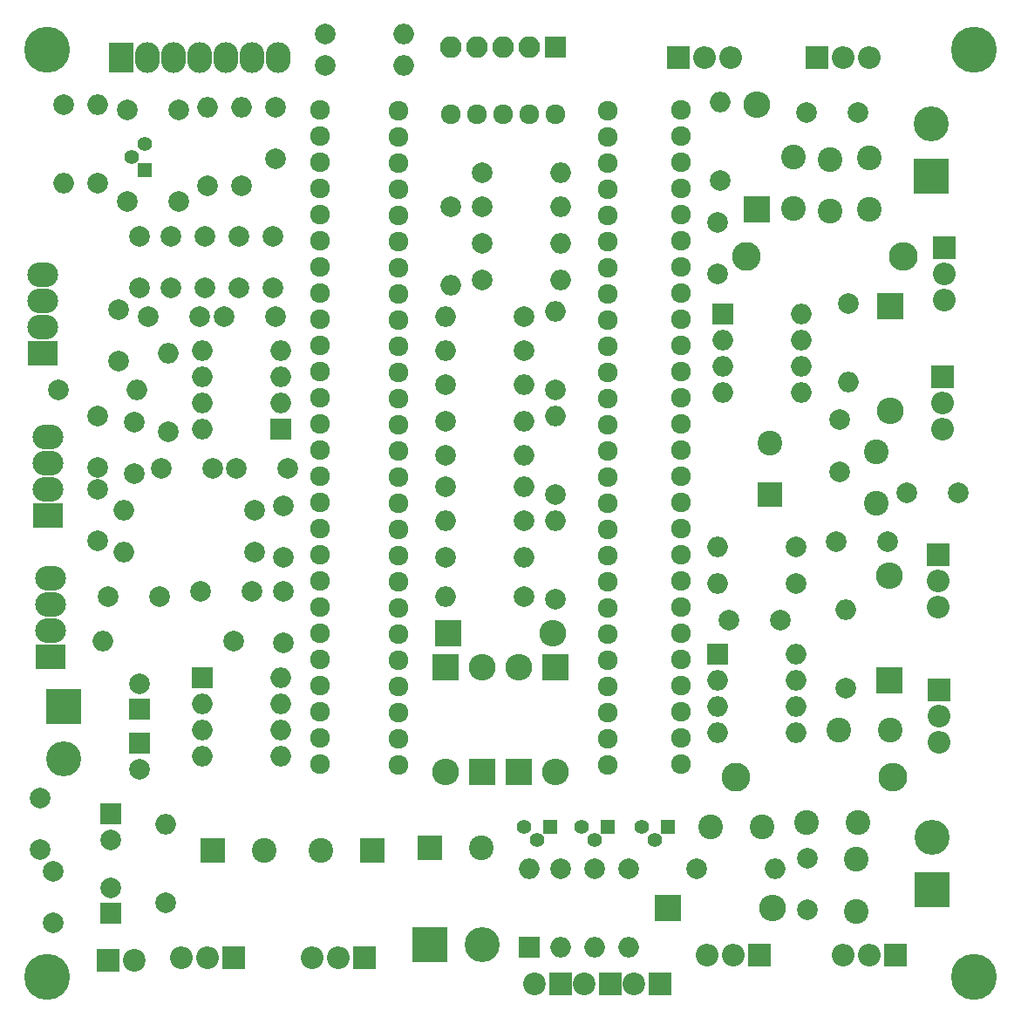
<source format=gbr>
G04 #@! TF.FileFunction,Soldermask,Bot*
%FSLAX46Y46*%
G04 Gerber Fmt 4.6, Leading zero omitted, Abs format (unit mm)*
G04 Created by KiCad (PCBNEW 4.0.7) date 05/25/18 16:16:18*
%MOMM*%
%LPD*%
G01*
G04 APERTURE LIST*
%ADD10C,0.100000*%
%ADD11C,2.000000*%
%ADD12O,2.000000X2.000000*%
%ADD13C,1.924000*%
%ADD14R,3.000000X2.400000*%
%ADD15O,3.000000X2.400000*%
%ADD16R,2.100000X2.100000*%
%ADD17O,2.100000X2.100000*%
%ADD18R,2.400000X2.400000*%
%ADD19C,2.400000*%
%ADD20R,2.000000X2.000000*%
%ADD21R,2.600000X2.600000*%
%ADD22O,2.600000X2.600000*%
%ADD23R,3.400000X3.400000*%
%ADD24C,3.400000*%
%ADD25C,2.800000*%
%ADD26O,2.800000X2.800000*%
%ADD27R,2.200000X2.200000*%
%ADD28O,2.200000X2.200000*%
%ADD29C,4.464000*%
%ADD30C,2.200000*%
%ADD31C,1.400000*%
%ADD32R,1.400000X1.400000*%
%ADD33R,2.400000X3.000000*%
%ADD34O,2.400000X3.000000*%
G04 APERTURE END LIST*
D10*
D11*
X68834000Y-63246000D03*
D12*
X68834000Y-55626000D03*
D11*
X72136000Y-55626000D03*
X72136000Y-60626000D03*
D13*
X84124800Y-63601600D03*
X84124800Y-55981600D03*
X84124800Y-58521600D03*
X84124800Y-61061600D03*
X84124800Y-66141600D03*
X84124800Y-68681600D03*
X84124800Y-71221600D03*
X84124800Y-73761600D03*
X84124800Y-76301600D03*
X84124800Y-78841600D03*
X84124800Y-81381600D03*
X84124800Y-83921600D03*
X84124800Y-86461600D03*
X84124800Y-89001600D03*
X84124800Y-91541600D03*
X84124800Y-94081600D03*
X84124800Y-96621600D03*
X84124800Y-99161600D03*
X84124800Y-101701600D03*
X84124800Y-104241600D03*
X84124800Y-106781600D03*
X84124800Y-109321600D03*
X84124800Y-111861600D03*
X84124800Y-114401600D03*
X84124800Y-116941600D03*
X84124800Y-119481600D03*
X104444800Y-119481600D03*
X104444800Y-116941600D03*
X104444800Y-114401600D03*
X104444800Y-111861600D03*
X104444800Y-109321600D03*
X104444800Y-106781600D03*
X104444800Y-104241600D03*
X104444800Y-101701600D03*
X104444800Y-99161600D03*
X104444800Y-96621600D03*
X104444800Y-94081600D03*
X104444800Y-91541600D03*
X104444800Y-89001600D03*
X104444800Y-86461600D03*
X104444800Y-83921600D03*
X104444800Y-81381600D03*
X104444800Y-78841600D03*
X104444800Y-76301600D03*
X104444800Y-73761600D03*
X104444800Y-71221600D03*
X104444800Y-68681600D03*
X104444800Y-66141600D03*
X104444800Y-63601600D03*
X104444800Y-61061600D03*
X104444800Y-58521600D03*
X104444800Y-55981600D03*
X99364800Y-56301600D03*
X96824800Y-56301600D03*
X94284800Y-56301600D03*
X91744800Y-56301600D03*
X89204800Y-56301600D03*
D11*
X51054000Y-83058000D03*
D12*
X58674000Y-83058000D03*
D14*
X50038000Y-95250000D03*
D15*
X50038000Y-92710000D03*
X50038000Y-90170000D03*
X50038000Y-87630000D03*
D11*
X88646000Y-92456000D03*
D12*
X96266000Y-92456000D03*
D11*
X64770000Y-75946000D03*
X59770000Y-75946000D03*
D16*
X99314000Y-49784000D03*
D17*
X96774000Y-49784000D03*
X94234000Y-49784000D03*
X91694000Y-49784000D03*
X89154000Y-49784000D03*
D13*
X76454000Y-63500000D03*
X76454000Y-55880000D03*
X76454000Y-58420000D03*
X76454000Y-60960000D03*
X76454000Y-66040000D03*
X76454000Y-68580000D03*
X76454000Y-71120000D03*
X76454000Y-73660000D03*
X76454000Y-76200000D03*
X76454000Y-78740000D03*
X76454000Y-81280000D03*
X76454000Y-83820000D03*
X76454000Y-86360000D03*
X76454000Y-88900000D03*
X76454000Y-91440000D03*
X76454000Y-93980000D03*
X76454000Y-96520000D03*
X76454000Y-99060000D03*
X76454000Y-101600000D03*
X76454000Y-104140000D03*
X76454000Y-106680000D03*
X76454000Y-109220000D03*
X76454000Y-111760000D03*
X76454000Y-114300000D03*
X76454000Y-116840000D03*
X76454000Y-119380000D03*
X111506000Y-111760000D03*
X111506000Y-119380000D03*
X111506000Y-116840000D03*
X111506000Y-114300000D03*
X111506000Y-109220000D03*
X111506000Y-106680000D03*
X111506000Y-104140000D03*
X111506000Y-101600000D03*
X111506000Y-99060000D03*
X111506000Y-96520000D03*
X111506000Y-93980000D03*
X111506000Y-91440000D03*
X111506000Y-88900000D03*
X111506000Y-86360000D03*
X111506000Y-83820000D03*
X111506000Y-81280000D03*
X111506000Y-78740000D03*
X111506000Y-76200000D03*
X111506000Y-73660000D03*
X111506000Y-71120000D03*
X111506000Y-68580000D03*
X111506000Y-66040000D03*
X111506000Y-63500000D03*
X111506000Y-60960000D03*
X111506000Y-58420000D03*
X111506000Y-55880000D03*
D18*
X81534000Y-127762000D03*
D19*
X76534000Y-127762000D03*
D18*
X66040000Y-127762000D03*
D19*
X71040000Y-127762000D03*
D20*
X58928000Y-114046000D03*
D11*
X58928000Y-111546000D03*
D20*
X58928000Y-117348000D03*
D11*
X58928000Y-119848000D03*
X126923800Y-85966300D03*
X126923800Y-90966300D03*
X121158000Y-105410000D03*
X116158000Y-105410000D03*
D19*
X122428000Y-60452000D03*
X122428000Y-65452000D03*
X130479800Y-89077800D03*
X130479800Y-94077800D03*
D11*
X123812300Y-128549400D03*
X123812300Y-133549400D03*
X123698000Y-56134000D03*
X128698000Y-56134000D03*
D19*
X119380000Y-125476000D03*
X114380000Y-125476000D03*
X131826000Y-116078000D03*
X126826000Y-116078000D03*
D11*
X131572000Y-97790000D03*
X126572000Y-97790000D03*
X138480800Y-93078300D03*
X133480800Y-93078300D03*
D19*
X128524000Y-128638300D03*
X128524000Y-133638300D03*
X129794000Y-65532000D03*
X129794000Y-60532000D03*
X128701800Y-125082300D03*
X123701800Y-125082300D03*
X125984000Y-60706000D03*
X125984000Y-65706000D03*
D21*
X110236000Y-133350000D03*
D22*
X120396000Y-133350000D03*
D21*
X118872000Y-65532000D03*
D22*
X118872000Y-55372000D03*
D21*
X131724400Y-111226600D03*
D22*
X131724400Y-101066600D03*
D21*
X131826000Y-74930000D03*
D22*
X131826000Y-85090000D03*
D23*
X87122000Y-136906000D03*
D24*
X92202000Y-136906000D03*
D23*
X135890000Y-131572000D03*
D24*
X135890000Y-126492000D03*
D23*
X135813800Y-62318900D03*
D24*
X135813800Y-57238900D03*
D11*
X113030000Y-129540000D03*
D12*
X120650000Y-129540000D03*
D11*
X115316000Y-62738000D03*
D12*
X115316000Y-55118000D03*
D11*
X127508000Y-112014000D03*
D12*
X127508000Y-104394000D03*
D11*
X127762000Y-74676000D03*
D12*
X127762000Y-82296000D03*
D25*
X116840000Y-120650000D03*
D26*
X132080000Y-120650000D03*
D25*
X117856000Y-70104000D03*
D26*
X133096000Y-70104000D03*
D20*
X65024000Y-110998000D03*
D12*
X72644000Y-118618000D03*
X65024000Y-113538000D03*
X72644000Y-116078000D03*
X65024000Y-116078000D03*
X72644000Y-113538000D03*
X65024000Y-118618000D03*
X72644000Y-110998000D03*
D20*
X115062000Y-108712000D03*
D12*
X122682000Y-116332000D03*
X115062000Y-111252000D03*
X122682000Y-113792000D03*
X115062000Y-113792000D03*
X122682000Y-111252000D03*
X115062000Y-116332000D03*
X122682000Y-108712000D03*
D20*
X115570000Y-75692000D03*
D12*
X123190000Y-83312000D03*
X115570000Y-78232000D03*
X123190000Y-80772000D03*
X115570000Y-80772000D03*
X123190000Y-78232000D03*
X115570000Y-83312000D03*
X123190000Y-75692000D03*
D18*
X87122000Y-127508000D03*
D19*
X92122000Y-127508000D03*
D27*
X68072000Y-138176000D03*
D28*
X65532000Y-138176000D03*
X62992000Y-138176000D03*
D27*
X80772000Y-138176000D03*
D28*
X78232000Y-138176000D03*
X75692000Y-138176000D03*
D27*
X119126000Y-137922000D03*
D28*
X116586000Y-137922000D03*
X114046000Y-137922000D03*
D27*
X132334000Y-137922000D03*
D28*
X129794000Y-137922000D03*
X127254000Y-137922000D03*
D27*
X111252000Y-50800000D03*
D28*
X113792000Y-50800000D03*
X116332000Y-50800000D03*
D27*
X124714000Y-50800000D03*
D28*
X127254000Y-50800000D03*
X129794000Y-50800000D03*
D27*
X136525000Y-99034600D03*
D28*
X136525000Y-101574600D03*
X136525000Y-104114600D03*
D27*
X136613900Y-112191800D03*
D28*
X136613900Y-114731800D03*
X136613900Y-117271800D03*
D27*
X136906000Y-81788000D03*
D28*
X136906000Y-84328000D03*
X136906000Y-86868000D03*
D27*
X137058400Y-69253100D03*
D28*
X137058400Y-71793100D03*
X137058400Y-74333100D03*
D11*
X49276000Y-122682000D03*
X49276000Y-127682000D03*
X50546000Y-129794000D03*
X50546000Y-134794000D03*
X72898000Y-99314000D03*
X72898000Y-94314000D03*
X72898000Y-102616000D03*
X72898000Y-107616000D03*
X56896000Y-80264000D03*
X56896000Y-75264000D03*
X69850000Y-102616000D03*
X64850000Y-102616000D03*
X68326000Y-90678000D03*
X73326000Y-90678000D03*
X58420000Y-91186000D03*
X58420000Y-86186000D03*
X66040000Y-90678000D03*
X61040000Y-90678000D03*
X72136000Y-75946000D03*
X67136000Y-75946000D03*
X71882000Y-73152000D03*
X71882000Y-68152000D03*
D21*
X88900000Y-106680000D03*
D22*
X99060000Y-106680000D03*
D21*
X99314000Y-109982000D03*
D22*
X99314000Y-120142000D03*
D21*
X95758000Y-120142000D03*
D22*
X95758000Y-109982000D03*
D21*
X88646000Y-109982000D03*
D22*
X88646000Y-120142000D03*
D21*
X92202000Y-120142000D03*
D22*
X92202000Y-109982000D03*
D23*
X51562000Y-113792000D03*
D24*
X51562000Y-118872000D03*
D14*
X50292000Y-108966000D03*
D15*
X50292000Y-106426000D03*
X50292000Y-103886000D03*
X50292000Y-101346000D03*
D11*
X96266000Y-103124000D03*
D12*
X88646000Y-103124000D03*
D11*
X96266000Y-75946000D03*
D12*
X88646000Y-75946000D03*
D11*
X96266000Y-95758000D03*
D12*
X88646000Y-95758000D03*
D11*
X96266000Y-79248000D03*
D12*
X88646000Y-79248000D03*
D11*
X88646000Y-99314000D03*
D12*
X96266000Y-99314000D03*
D11*
X88646000Y-82550000D03*
D12*
X96266000Y-82550000D03*
D11*
X88646000Y-89408000D03*
D12*
X96266000Y-89408000D03*
D11*
X61722000Y-87122000D03*
D12*
X61722000Y-79502000D03*
D11*
X88646000Y-86106000D03*
D12*
X96266000Y-86106000D03*
D20*
X72644000Y-86868000D03*
D12*
X65024000Y-79248000D03*
X72644000Y-84328000D03*
X65024000Y-81788000D03*
X72644000Y-81788000D03*
X65024000Y-84328000D03*
X72644000Y-79248000D03*
X65024000Y-86868000D03*
D11*
X68072000Y-107442000D03*
D12*
X55372000Y-107442000D03*
D11*
X70104000Y-98806000D03*
D12*
X57404000Y-98806000D03*
D11*
X70104000Y-94742000D03*
D12*
X57404000Y-94742000D03*
D18*
X120142000Y-93218000D03*
D19*
X120142000Y-88218000D03*
D11*
X115062000Y-66802000D03*
X115062000Y-71802000D03*
X99314000Y-93218000D03*
D12*
X99314000Y-85598000D03*
D11*
X92202000Y-72390000D03*
D12*
X99822000Y-72390000D03*
D11*
X99314000Y-83058000D03*
D12*
X99314000Y-75438000D03*
D11*
X122682000Y-98298000D03*
D12*
X115062000Y-98298000D03*
D11*
X92202000Y-68834000D03*
D12*
X99822000Y-68834000D03*
D11*
X99314000Y-103378000D03*
D12*
X99314000Y-95758000D03*
D11*
X122682000Y-101854000D03*
D12*
X115062000Y-101854000D03*
D11*
X92202000Y-65278000D03*
D12*
X99822000Y-65278000D03*
D29*
X50000000Y-50000000D03*
X50000000Y-140000000D03*
X140000000Y-50000000D03*
X140000000Y-140000000D03*
D20*
X56134000Y-124206000D03*
D11*
X56134000Y-126706000D03*
D20*
X56134000Y-133858000D03*
D11*
X56134000Y-131358000D03*
D27*
X99822000Y-140716000D03*
D30*
X97282000Y-140716000D03*
D11*
X99822000Y-129540000D03*
D12*
X99822000Y-137160000D03*
D31*
X97536000Y-126746000D03*
X96266000Y-125476000D03*
D32*
X98806000Y-125476000D03*
D27*
X104648000Y-140716000D03*
D30*
X102108000Y-140716000D03*
D27*
X109474000Y-140716000D03*
D30*
X106934000Y-140716000D03*
D31*
X103124000Y-126746000D03*
X101854000Y-125476000D03*
D32*
X104394000Y-125476000D03*
D31*
X108966000Y-126746000D03*
X107696000Y-125476000D03*
D32*
X110236000Y-125476000D03*
D11*
X103124000Y-129540000D03*
D12*
X103124000Y-137160000D03*
D11*
X106426000Y-129540000D03*
D12*
X106426000Y-137160000D03*
D27*
X55880000Y-138430000D03*
D30*
X58420000Y-138430000D03*
D11*
X61468000Y-132842000D03*
D12*
X61468000Y-125222000D03*
D11*
X55880000Y-103124000D03*
X60880000Y-103124000D03*
X76962000Y-48514000D03*
D12*
X84582000Y-48514000D03*
D11*
X76962000Y-51562000D03*
D12*
X84582000Y-51562000D03*
D20*
X96774000Y-137160000D03*
D12*
X96774000Y-129540000D03*
D11*
X65278000Y-73152000D03*
X65278000Y-68152000D03*
X68580000Y-73152000D03*
X68580000Y-68152000D03*
D14*
X49530000Y-79502000D03*
D15*
X49530000Y-76962000D03*
X49530000Y-74422000D03*
X49530000Y-71882000D03*
D11*
X89154000Y-65278000D03*
D12*
X89154000Y-72898000D03*
D11*
X92202000Y-61976000D03*
D12*
X99822000Y-61976000D03*
D11*
X58928000Y-73152000D03*
X58928000Y-68152000D03*
X61976000Y-73152000D03*
X61976000Y-68152000D03*
X54864000Y-85598000D03*
X54864000Y-90598000D03*
X54864000Y-92710000D03*
X54864000Y-97710000D03*
X62738000Y-64770000D03*
X57738000Y-64770000D03*
X62738000Y-55880000D03*
X57738000Y-55880000D03*
D31*
X58166000Y-60452000D03*
X59436000Y-59182000D03*
D32*
X59436000Y-61722000D03*
D11*
X65532000Y-63246000D03*
D12*
X65532000Y-55626000D03*
D11*
X51562000Y-55372000D03*
D12*
X51562000Y-62992000D03*
D11*
X54864000Y-62992000D03*
D12*
X54864000Y-55372000D03*
D33*
X57150000Y-50800000D03*
D34*
X59690000Y-50800000D03*
X62230000Y-50800000D03*
X64770000Y-50800000D03*
X67310000Y-50800000D03*
X69850000Y-50800000D03*
X72390000Y-50800000D03*
M02*

</source>
